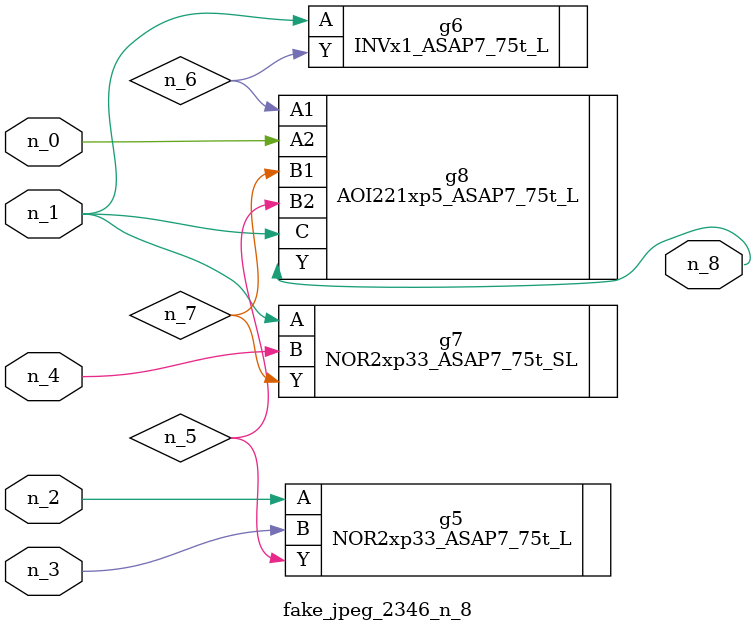
<source format=v>
module fake_jpeg_2346_n_8 (n_3, n_2, n_1, n_0, n_4, n_8);

input n_3;
input n_2;
input n_1;
input n_0;
input n_4;

output n_8;

wire n_6;
wire n_5;
wire n_7;

NOR2xp33_ASAP7_75t_L g5 ( 
.A(n_2),
.B(n_3),
.Y(n_5)
);

INVx1_ASAP7_75t_L g6 ( 
.A(n_1),
.Y(n_6)
);

NOR2xp33_ASAP7_75t_SL g7 ( 
.A(n_1),
.B(n_4),
.Y(n_7)
);

AOI221xp5_ASAP7_75t_L g8 ( 
.A1(n_6),
.A2(n_0),
.B1(n_7),
.B2(n_5),
.C(n_1),
.Y(n_8)
);


endmodule
</source>
